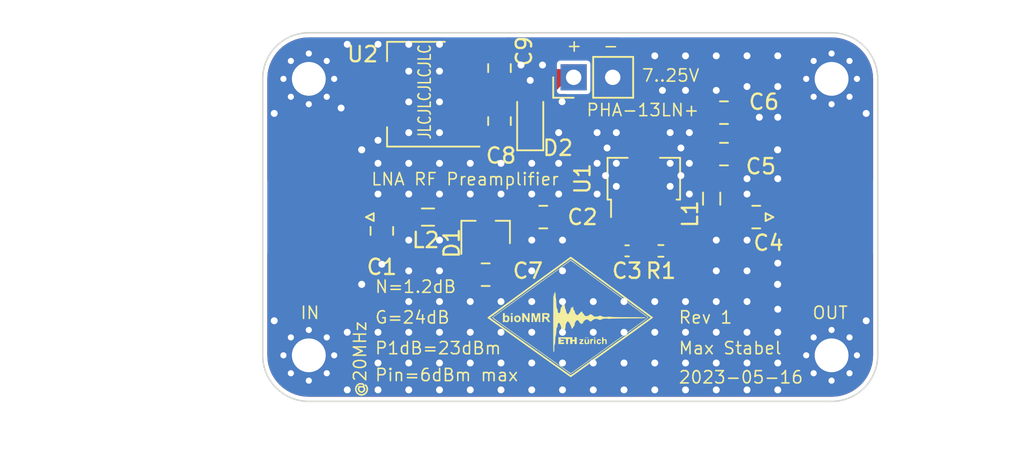
<source format=kicad_pcb>
(kicad_pcb (version 20221018) (generator pcbnew)
  (title_block (title "Low-noise RF Preamplifier") (date "2023-05-16") (rev "1") (company "ETH Zürich") (comment 1 "Maximilian Stabel") (comment 4 "AISLER Project ID: OPBJJFTR"))
  (layers (0 "F.Cu" mixed) (31 "B.Cu" power) (34 "B.Paste" user) (35 "F.Paste" user) (36 "B.SilkS" user "B.Silkscreen") (37 "F.SilkS" user "F.Silkscreen") (38 "B.Mask" user) (39 "F.Mask" user) (44 "Edge.Cuts" user))
  (net 0 "")
  (net 1 "GND")
  (net 2 "Net-(C3-Pad2)")
  (net 3 "VDD")
  (net 4 "+5V")
  (net 5 "Net-(D1-A)")
  (net 6 "/rf_in")
  (net 7 "/rf_lna_in")
  (net 8 "/rf_clamp")
  (net 9 "/rf_out")
  (net 10 "/rf_lna_out")
  (net 11 "Net-(D2-K)")
  (footprint "Capacitor_SMD:C_0805_2012Metric" (layer "F.Cu") (at 161.586 90.086 180)
    (fp_text reference "C5" (at -2.4 -0.8 180) (layer "F.SilkS"))
    (fp_text value "1n,50V,10%")
    (pad "1" smd roundrect (at -0.95 0 180) (size 1 1.45) (layers "F.Cu" "F.Paste" "F.Mask") (net 1 "GND"))
    (pad "2" smd roundrect (at 0.95 0 180) (size 1 1.45) (layers "F.Cu" "F.Paste" "F.Mask") (net 4 "+5V"))
  )
  (footprint "Capacitor_SMD:C_0805_2012Metric" (layer "F.Cu") (at 146.086 97.936)
    (fp_text reference "C7" (at 2.75 -0.25) (layer "F.SilkS"))
    (fp_text value "100n,50V,10%")
    (pad "1" smd roundrect (at -0.95 0) (size 1 1.45) (layers "F.Cu" "F.Paste" "F.Mask") (net 5 "Net-(D1-A)"))
    (pad "2" smd roundrect (at 0.95 0) (size 1 1.45) (layers "F.Cu" "F.Paste" "F.Mask") (net 1 "GND"))
  )
  (footprint "Capacitor_SMD:C_0805_2012Metric" (layer "F.Cu") (at 139.336 95.086 -90)
    (fp_text reference "C1" (at 2.35 0) (layer "F.SilkS"))
    (fp_text value "1p5,50V,10%")
    (pad "1" smd roundrect (at -0.95 0 270) (size 1 1.45) (layers "F.Cu" "F.Paste" "F.Mask") (net 6 "/rf_in"))
    (pad "2" smd roundrect (at 0.95 0 270) (size 1 1.45) (layers "F.Cu" "F.Paste" "F.Mask") (net 1 "GND"))
  )
  (footprint "Capacitor_SMD:C_0805_2012Metric" (layer "F.Cu") (at 161.586 87.386 180)
    (fp_text reference "C6" (at -2.6 0.7 180) (layer "F.SilkS"))
    (fp_text value "10u,25V,10%")
    (pad "1" smd roundrect (at -0.95 0 180) (size 1 1.45) (layers "F.Cu" "F.Paste" "F.Mask") (net 1 "GND"))
    (pad "2" smd roundrect (at 0.95 0 180) (size 1 1.45) (layers "F.Cu" "F.Paste" "F.Mask") (net 4 "+5V"))
  )
  (footprint "Connector_Coaxial:SMA_Molex_73251-1153_EdgeMount_Horizontal" (layer "F.Cu") (at 166.796 94.186 180)
    (fp_text reference "J2" hide)
    (fp_text value "RF_OUT" hide)
    (pad "1" smd rect locked (at -1.72 0 180) (size 5.08 2.29) (layers "F.Cu" "F.Paste" "F.Mask") (net 9 "/rf_out") (clearance 1))
    (pad "2" smd rect locked (at -1.72 -4.38 180) (size 5.08 2.42) (layers "F.Cu" "F.Paste" "F.Mask") (net 1 "GND"))
    (pad "2" smd rect locked (at -1.72 -4.38 180) (size 5.08 2.42) (layers "B.Cu" "B.Paste" "B.Mask") (net 1 "GND"))
    (pad "2" smd rect locked (at -1.72 4.38 180) (size 5.08 2.42) (layers "F.Cu" "F.Paste" "F.Mask") (net 1 "GND"))
    (pad "2" smd rect locked (at -1.72 4.38 180) (size 5.08 2.42) (layers "B.Cu" "B.Paste" "B.Mask") (net 1 "GND"))
    (pad "2" smd rect locked (at 1.27 -4.38 180) (size 0.95 0.46) (layers "F.Cu") (net 1 "GND"))
    (pad "2" smd rect locked (at 1.27 -4.38 180) (size 0.95 0.46) (layers "B.Cu") (net 1 "GND"))
    (pad "2" smd rect locked (at 1.27 4.38 180) (size 0.95 0.46) (layers "F.Cu") (net 1 "GND"))
    (pad "2" smd rect locked (at 1.27 4.38 180) (size 0.95 0.46) (layers "B.Cu") (net 1 "GND"))
    (pad "2" thru_hole circle locked (at 1.72 -4.38 180) (size 0.97 0.97) (drill 0.46) (layers "*.Cu") (net 1 "GND"))
    (pad "2" thru_hole circle locked (at 1.72 4.38 180) (size 0.97 0.97) (drill 0.46) (layers "*.Cu") (net 1 "GND"))
  )
  (footprint "Capacitor_SMD:C_0805_2012Metric" (layer "F.Cu") (at 163.686 94.186 180)
    (fp_text reference "C4" (at -0.8 -1.68 180) (layer "F.SilkS"))
    (fp_text value "2u2,25V,10%")
    (pad "1" smd roundrect (at -0.95 0 180) (size 1 1.45) (layers "F.Cu" "F.Paste" "F.Mask") (net 9 "/rf_out"))
    (pad "2" smd roundrect (at 0.95 0 180) (size 1 1.45) (layers "F.Cu" "F.Paste" "F.Mask") (net 10 "/rf_lna_out"))
  )
  (footprint "Resistor_SMD:R_0402_1005Metric_Pad0.72x0.64mm_HandSolder" (layer "F.Cu") (at 157.486 96.386)
    (fp_text reference "R1" (at 0 1.3) (layer "F.SilkS"))
    (fp_text value "1k5,1%")
    (pad "1" smd roundrect (at -0.5975 0) (size 0.715 0.64) (layers "F.Cu" "F.Paste" "F.Mask") (net 2 "Net-(C3-Pad2)"))
    (pad "2" smd roundrect (at 0.5975 0) (size 0.715 0.64) (layers "F.Cu" "F.Paste" "F.Mask") (net 10 "/rf_lna_out"))
  )
  (footprint "Package_TO_SOT_SMD:SOT-89-3_Handsoldering" (layer "F.Cu") (at 156.3735 91.686 90)
    (fp_text reference "U1" (at 0 -3.9875 90) (layer "F.SilkS"))
    (fp_text value "PHA-13LN")
    (pad "1" smd rect (at -2.45 -1.5 90) (size 2.3 0.9) (layers "F.Cu" "F.Paste" "F.Mask") (net 7 "/rf_lna_in"))
    (pad "2" smd custom (at -2.3625 0 90) (size 2.475 0.9) (layers "F.Cu" "F.Paste" "F.Mask") (net 1 "GND") (options (clearance outline) (anchor rect)) (primitives (gr_poly (pts (xy 5.3625 0.8665) (xy 1.2375 0.8665) (xy 1.2375 -0.8665) (xy 5.3625 -0.8665)) (width 0) (fill yes))))
    (pad "3" smd rect (at -2.45 1.5 90) (size 2.3 0.9) (layers "F.Cu" "F.Paste" "F.Mask") (net 10 "/rf_lna_out"))
  )
  (footprint "Inductor_SMD:L_0805_2012Metric" (layer "F.Cu") (at 142.336 94.186)
    (fp_text reference "L2" (at -0.15 1.5) (layer "F.SilkS"))
    (fp_text value "5n1,5%,Unshld")
    (pad "1" smd roundrect (at -1.0625 0) (size 0.875 1.2) (layers "F.Cu" "F.Paste" "F.Mask") (net 6 "/rf_in"))
    (pad "2" smd roundrect (at 1.0625 0) (size 0.875 1.2) (layers "F.Cu" "F.Paste" "F.Mask") (net 8 "/rf_clamp"))
  )
  (footprint "Inductor_SMD:L_0805_2012Metric" (layer "F.Cu") (at 160.786 92.986 -90)
    (fp_text reference "L1" (at 1 1.4 -90) (layer "F.SilkS"))
    (fp_text value "15u")
    (pad "1" smd roundrect (at -1.0625 0 270) (size 0.875 1.2) (layers "F.Cu" "F.Paste" "F.Mask") (net 4 "+5V"))
    (pad "2" smd roundrect (at 1.0625 0 270) (size 0.875 1.2) (layers "F.Cu" "F.Paste" "F.Mask") (net 10 "/rf_lna_out"))
  )
  (footprint "Package_TO_SOT_SMD:SOT-23" (layer "F.Cu") (at 146.086 95.186 90)
    (fp_text reference "D1" (at -0.7 -2.2 90) (layer "F.SilkS"))
    (fp_text value "BAV99")
    (pad "1" smd rect (at -1 -0.95 90) (size 0.9 0.8) (layers "F.Cu" "F.Paste" "F.Mask") (net 5 "Net-(D1-A)"))
    (pad "2" smd rect (at -1 0.95 90) (size 0.9 0.8) (layers "F.Cu" "F.Paste" "F.Mask") (net 5 "Net-(D1-A)"))
    (pad "3" smd rect (at 1 0 90) (size 0.9 0.8) (layers "F.Cu" "F.Paste" "F.Mask") (net 8 "/rf_clamp"))
  )
  (footprint "Connector_Coaxial:SMA_Molex_73251-1153_EdgeMount_Horizontal" (layer "F.Cu") (at 136.306 94.186)
    (fp_text reference "J1" hide)
    (fp_text value "RF_IN" hide)
    (pad "1" smd rect locked (at -1.72 0) (size 5.08 2.29) (layers "F.Cu" "F.Paste" "F.Mask") (net 6 "/rf_in") (clearance 1))
    (pad "2" smd rect locked (at -1.72 -4.38) (size 5.08 2.42) (layers "F.Cu" "F.Paste" "F.Mask") (net 1 "GND"))
    (pad "2" smd rect locked (at -1.72 -4.38) (size 5.08 2.42) (layers "B.Cu" "B.Paste" "B.Mask") (net 1 "GND"))
    (pad "2" smd rect locked (at -1.72 4.38) (size 5.08 2.42) (layers "F.Cu" "F.Paste" "F.Mask") (net 1 "GND"))
    (pad "2" smd rect locked (at -1.72 4.38) (size 5.08 2.42) (layers "B.Cu" "B.Paste" "B.Mask") (net 1 "GND"))
    (pad "2" smd rect locked (at 1.27 -4.38) (size 0.95 0.46) (layers "F.Cu") (net 1 "GND"))
    (pad "2" smd rect locked (at 1.27 -4.38) (size 0.95 0.46) (layers "B.Cu") (net 1 "GND"))
    (pad "2" smd rect locked (at 1.27 4.38) (size 0.95 0.46) (layers "F.Cu") (net 1 "GND"))
    (pad "2" smd rect locked (at 1.27 4.38) (size 0.95 0.46) (layers "B.Cu") (net 1 "GND"))
    (pad "2" thru_hole circle locked (at 1.72 -4.38) (size 0.97 0.97) (drill 0.46) (layers "*.Cu") (net 1 "GND"))
    (pad "2" thru_hole circle locked (at 1.72 4.38) (size 0.97 0.97) (drill 0.46) (layers "*.Cu") (net 1 "GND"))
  )
  (footprint "Capacitor_SMD:C_0805_2012Metric" (layer "F.Cu") (at 149.836 94.186 180)
    (fp_text reference "C2" (at -2.55 0 180) (layer "F.SilkS"))
    (fp_text value "2u2,25V,10%")
    (pad "1" smd roundrect (at -0.95 0 180) (size 1 1.45) (layers "F.Cu" "F.Paste" "F.Mask") (net 7 "/rf_lna_in"))
    (pad "2" smd roundrect (at 0.95 0 180) (size 1 1.45) (layers "F.Cu" "F.Paste" "F.Mask") (net 8 "/rf_clamp"))
  )
  (footprint "Package_TO_SOT_SMD:SOT-223-3_TabPin2" (layer "F.Cu") (at 141.586 86.186 180)
    (fp_text reference "U2" (at 3.5 2.6) (layer "F.SilkS"))
    (fp_text value "7805")
    (pad "1" smd rect (at -3.15 -2.3 180) (size 2 1.5) (layers "F.Cu" "F.Paste" "F.Mask") (net 11 "Net-(D2-K)"))
    (pad "2" smd rect (at -3.15 0 180) (size 2 1.5) (layers "F.Cu" "F.Paste" "F.Mask") (net 1 "GND"))
    (pad "2" smd rect (at 3.15 0 180) (size 2 3.8) (layers "F.Cu" "F.Paste" "F.Mask") (net 1 "GND"))
    (pad "3" smd rect (at -3.15 2.3 180) (size 2 1.5) (layers "F.Cu" "F.Paste" "F.Mask") (net 4 "+5V"))
  )
  (footprint "Capacitor_SMD:C_0402_1005Metric_Pad0.74x0.62mm_HandSolder" (layer "F.Cu") (at 155.286 96.386)
    (fp_text reference "C3" (at 0 1.3) (layer "F.SilkS"))
    (fp_text value "100n,50V,10%")
    (pad "1" smd roundrect (at -0.5675 0) (size 0.735 0.62) (layers "F.Cu" "F.Paste" "F.Mask") (net 7 "/rf_lna_in"))
    (pad "2" smd roundrect (at 0.5675 0) (size 0.735 0.62) (layers "F.Cu" "F.Paste" "F.Mask") (net 2 "Net-(C3-Pad2)"))
  )
  (footprint "Connector_PinHeader_2.54mm:PinHeader_1x02_P2.54mm_Vertical" (layer "F.Cu") (at 151.811 85.086 90)
    (fp_text reference "J3" hide)
    (fp_text value "Power")
    (pad "1" thru_hole rect (at 0 0 90) (size 1.7 1.7) (drill 1) (layers "*.Cu" "*.Mask") (net 3 "VDD"))
    (pad "2" thru_hole oval (at 0 2.54 90) (size 1.7 1.7) (drill 1) (layers "*.Cu" "*.Mask") (net 1 "GND"))
  )
  (footprint "Capacitor_SMD:C_0805_2012Metric" (layer "F.Cu") (at 146.986 87.936 90)
    (fp_text reference "C8" (at -2.25 0.1) (layer "F.SilkS"))
    (fp_text value "1u,50V,10%")
    (pad "1" smd roundrect (at -0.95 0 90) (size 1 1.45) (layers "F.Cu" "F.Paste" "F.Mask") (net 11 "Net-(D2-K)"))
    (pad "2" smd roundrect (at 0.95 0 90) (size 1 1.45) (layers "F.Cu" "F.Paste" "F.Mask") (net 1 "GND"))
  )
  (footprint "Capacitor_SMD:C_0805_2012Metric" (layer "F.Cu") (at 146.986 84.486 -90)
    (fp_text reference "C9" (at -1.1 -1.6 -90) (layer "F.SilkS"))
    (fp_text value "1u,50V,10%")
    (pad "1" smd roundrect (at -0.95 0 270) (size 1 1.45) (layers "F.Cu" "F.Paste" "F.Mask") (net 4 "+5V"))
    (pad "2" smd roundrect (at 0.95 0 270) (size 1 1.45) (layers "F.Cu" "F.Paste" "F.Mask") (net 1 "GND"))
  )
  (footprint "Diode_SMD:D_SOD-323_HandSoldering" (layer "F.Cu") (at 148.986 87.936 90)
    (fp_text reference "D2" (at -1.75 1.8 180) (layer "F.SilkS"))
    (fp_text value "BAS321Z")
    (pad "1" smd rect (at -1.25 0 90) (size 1 1) (layers "F.Cu" "F.Paste" "F.Mask") (net 11 "Net-(D2-K)"))
    (pad "2" smd rect (at 1.25 0 90) (size 1 1) (layers "F.Cu" "F.Paste" "F.Mask") (net 3 "VDD"))
  )
  (footprint "LOGO" (layer "F.Cu") (at 151.586 100.686)
    (fp_text reference "G***" hide)
    (fp_text value "LOGO" hide)
  )
  (footprint "MountingHole:MountingHole_2.2mm_M2_Pad_Via" (layer "F.Cu") (at 134.586 85.186 180)
    (fp_text reference "H1" hide)
    (fp_text value "MountingHole_Pad" hide)
    (pad "1" thru_hole circle locked (at -1.65 0 180) (size 0.7 0.7) (drill 0.4) (layers "*.Cu" "*.Mask") (net 1 "GND"))
    (pad "1" thru_hole circle locked (at -1.166726 -1.166726 180) (size 0.7 0.7) (drill 0.4) (layers "*.Cu" "*.Mask") (net 1 "GND"))
    (pad "1" thru_hole circle locked (at -1.166726 1.166726 180) (size 0.7 0.7) (drill 0.4) (layers "*.Cu" "*.Mask") (net 1 "GND"))
    (pad "1" thru_hole circle locked (at 0 -1.65 180) (size 0.7 0.7) (drill 0.4) (layers "*.Cu" "*.Mask") (net 1 "GND"))
    (pad "1" thru_hole circle locked (at 0 0 180) (size 4.4 4.4) (drill 2.2) (layers "*.Cu" "*.Mask") (net 1 "GND"))
    (pad "1" thru_hole circle locked (at 0 1.65 180) (size 0.7 0.7) (drill 0.4) (layers "*.Cu" "*.Mask") (net 1 "GND"))
    (pad "1" thru_hole circle locked (at 1.166726 -1.166726 180) (size 0.7 0.7) (drill 0.4) (layers "*.Cu" "*.Mask") (net 1 "GND"))
    (pad "1" thru_hole circle locked (at 1.166726 1.166726 180) (size 0.7 0.7) (drill 0.4) (layers "*.Cu" "*.Mask") (net 1 "GND"))
    (pad "1" thru_hole circle locked (at 1.65 0 180) (size 0.7 0.7) (drill 0.4) (layers "*.Cu" "*.Mask") (net 1 "GND"))
  )
  (footprint "MountingHole:MountingHole_2.2mm_M2_Pad_Via" (layer "F.Cu") (at 168.586 103.186 180)
    (fp_text reference "H4" hide)
    (fp_text value "MountingHole_Pad" hide)
    (pad "1" thru_hole circle locked (at -1.65 0 180) (size 0.7 0.7) (drill 0.4) (layers "*.Cu" "*.Mask") (net 1 "GND"))
    (pad "1" thru_hole circle locked (at -1.166726 -1.166726 180) (size 0.7 0.7) (drill 0.4) (layers "*.Cu" "*.Mask") (net 1 "GND"))
    (pad "1" thru_hole circle locked (at -1.166726 1.166726 180) (size 0.7 0.7) (drill 0.4) (layers "*.Cu" "*.Mask") (net 1 "GND"))
    (pad "1" thru_hole circle locked (at 0 -1.65 180) (size 0.7 0.7) (drill 0.4) (layers "*.Cu" "*.Mask") (net 1 "GND"))
    (pad "1" thru_hole circle locked (at 0 0 180) (size 4.4 4.4) (drill 2.2) (layers "*.Cu" "*.Mask") (net 1 "GND"))
    (pad "1" thru_hole circle locked (at 0 1.65 180) (size 0.7 0.7) (drill 0.4) (layers "*.Cu" "*.Mask") (net 1 "GND"))
    (pad "1" thru_hole circle locked (at 1.166726 -1.166726 180) (size 0.7 0.7) (drill 0.4) (layers "*.Cu" "*.Mask") (net 1 "GND"))
    (pad "1" thru_hole circle locked (at 1.166726 1.166726 180) (size 0.7 0.7) (drill 0.4) (layers "*.Cu" "*.Mask") (net 1 "GND"))
    (pad "1" thru_hole circle locked (at 1.65 0 180) (size 0.7 0.7) (drill 0.4) (layers "*.Cu" "*.Mask") (net 1 "GND"))
  )
  (footprint "MountingHole:MountingHole_2.2mm_M2_Pad_Via" (layer "F.Cu") (at 134.586 103.186 180)
    (fp_text reference "H3" hide)
    (fp_text value "MountingHole_Pad" hide)
    (pad "1" thru_hole circle locked (at -1.65 0 180) (size 0.7 0.7) (drill 0.4) (layers "*.Cu" "*.Mask") (net 1 "GND"))
    (pad "1" thru_hole circle locked (at -1.166726 -1.166726 180) (size 0.7 0.7) (drill 0.4) (layers "*.Cu" "*.Mask") (net 1 "GND"))
    (pad "1" thru_hole circle locked (at -1.166726 1.166726 180) (size 0.7 0.7) (drill 0.4) (layers "*.Cu" "*.Mask") (net 1 "GND"))
    (pad "1" thru_hole circle locked (at 0 -1.65 180) (size 0.7 0.7) (drill 0.4) (layers "*.Cu" "*.Mask") (net 1 "GND"))
    (pad "1" thru_hole circle locked (at 0 0 180) (size 4.4 4.4) (drill 2.2) (layers "*.Cu" "*.Mask") (net 1 "GND"))
    (pad "1" thru_hole circle locked (at 0 1.65 180) (size 0.7 0.7) (drill 0.4) (layers "*.Cu" "*.Mask") (net 1 "GND"))
    (pad "1" thru_hole circle locked (at 1.166726 -1.166726 180) (size 0.7 0.7) (drill 0.4) (layers "*.Cu" "*.Mask") (net 1 "GND"))
    (pad "1" thru_hole circle locked (at 1.166726 1.166726 180) (size 0.7 0.7) (drill 0.4) (layers "*.Cu" "*.Mask") (net 1 "GND"))
    (pad "1" thru_hole circle locked (at 1.65 0 180) (size 0.7 0.7) (drill 0.4) (layers "*.Cu" "*.Mask") (net 1 "GND"))
  )
  (footprint "MountingHole:MountingHole_2.2mm_M2_Pad_Via" (layer "F.Cu") (at 168.586 85.186 180)
    (fp_text reference "H2" hide)
    (fp_text value "MountingHole_Pad" hide)
    (pad "1" thru_hole circle locked (at -1.65 0 180) (size 0.7 0.7) (drill 0.4) (layers "*.Cu" "*.Mask") (net 1 "GND"))
    (pad "1" thru_hole circle locked (at -1.166726 -1.166726 180) (size 0.7 0.7) (drill 0.4) (layers "*.Cu" "*.Mask") (net 1 "GND"))
    (pad "1" thru_hole circle locked (at -1.166726 1.166726 180) (size 0.7 0.7) (drill 0.4) (layers "*.Cu" "*.Mask") (net 1 "GND"))
    (pad "1" thru_hole circle locked (at 0 -1.65 180) (size 0.7 0.7) (drill 0.4) (layers "*.Cu" "*.Mask") (net 1 "GND"))
    (pad "1" thru_hole circle locked (at 0 0 180) (size 4.4 4.4) (drill 2.2) (layers "*.Cu" "*.Mask") (net 1 "GND"))
    (pad "1" thru_hole circle locked (at 0 1.65 180) (size 0.7 0.7) (drill 0.4) (layers "*.Cu" "*.Mask") (net 1 "GND"))
    (pad "1" thru_hole circle locked (at 1.166726 -1.166726 180) (size 0.7 0.7) (drill 0.4) (layers "*.Cu" "*.Mask") (net 1 "GND"))
    (pad "1" thru_hole circle locked (at 1.166726 1.166726 180) (size 0.7 0.7) (drill 0.4) (layers "*.Cu" "*.Mask") (net 1 "GND"))
    (pad "1" thru_hole circle locked (at 1.65 0 180) (size 0.7 0.7) (drill 0.4) (layers "*.Cu" "*.Mask") (net 1 "GND"))
  )
  (gr_arc locked (start 131.586 85.186) (mid 132.46468 83.06468) (end 134.586 82.186) (stroke (width 0.1)) (layer "Edge.Cuts"))
  (gr_line locked (start 171.586 85.186) (end 171.586 103.186) (stroke (width 0.1)) (layer "Edge.Cuts"))
  (gr_arc locked (start 168.586 82.186) (mid 170.70732 83.06468) (end 171.586 85.186) (stroke (width 0.1)) (layer "Edge.Cuts"))
  (gr_arc locked (start 171.586 103.186) (mid 170.70732 105.30732) (end 168.586 106.186) (stroke (width 0.1)) (layer "Edge.Cuts"))
  (gr_line locked (start 134.586 82.186) (end 168.586 82.186) (stroke (width 0.1)) (layer "Edge.Cuts"))
  (gr_line locked (start 168.586 106.186) (end 134.586 106.186) (stroke (width 0.1)) (layer "Edge.Cuts"))
  (gr_arc locked (start 134.586 106.186) (mid 132.46468 105.30732) (end 131.586 103.186) (stroke (width 0.1)) (layer "Edge.Cuts"))
  (gr_line locked (start 131.586 103.186) (end 131.586 85.186) (stroke (width 0.1)) (layer "Edge.Cuts"))
  (gr_text "+" (at 151.286 83.486) (layer "F.SilkS") (effects (font (size 0.8 0.8) (thickness 0.1)) (justify left bottom)))
  (gr_text "IN" (at 133.986 100.886) (layer "F.SilkS") (effects (font (size 0.8 0.8) (thickness 0.1)) (justify left bottom)))
  (gr_text "2023-05-16" (at 158.586 105.086) (layer "F.SilkS") (effects (font (size 0.8 0.8) (thickness 0.1)) (justify left bottom)))
  (gr_text "Pin=6dBm max" (at 138.836 104.936) (layer "F.SilkS") (effects (font (size 0.8 0.8) (thickness 0.1)) (justify left bottom)))
  (gr_text "LNA RF Preamplifier" (at 138.586 92.186) (layer "F.SilkS") (effects (font (size 0.8 0.8) (thickness 0.1)) (justify left bottom)))
  (gr_text "-" (at 154.786 82.686 180) (layer "F.SilkS") (effects (font (size 0.8 0.8) (thickness 0.1)) (justify left bottom)))
  (gr_text "JLCJLCJLCJLC" (at 142.586 89.186 90) (layer "F.SilkS") (effects (font (size 0.8 0.6) (thickness 0.1)) (justify left bottom)))
  (gr_text "Rev 1" (at 158.586 101.186) (layer "F.SilkS") (effects (font (size 0.8 0.8) (thickness 0.1)) (justify left bottom)))
  (gr_text "P1dB=23dBm" (at 138.836 103.186) (layer "F.SilkS") (effects (font (size 0.8 0.8) (thickness 0.1)) (justify left bottom)))
  (gr_text "@20MHz" (at 138.386 105.986 90) (layer "F.SilkS") (effects (font (size 0.8 0.8) (thickness 0.1)) (justify left bottom)))
  (gr_text "N=1.2dB" (at 138.836 99.186) (layer "F.SilkS") (effects (font (size 0.8 0.8) (thickness 0.1)) (justify left bottom)))
  (gr_text "OUT" (at 167.286 100.886) (layer "F.SilkS") (effects (font (size 0.8 0.8) (thickness 0.1)) (justify left bottom)))
  (gr_text "Max Stabel" (at 158.586 103.186) (layer "F.SilkS") (effects (font (size 0.8 0.8) (thickness 0.1)) (justify left bottom)))
  (gr_text "PHA-13LN+" (at 152.586 87.686) (layer "F.SilkS") (effects (font (size 0.8 0.8) (thickness 0.1)) (justify left bottom)))
  (gr_text "G=24dB" (at 138.836 101.186) (layer "F.SilkS") (effects (font (size 0.8 0.8) (thickness 0.1)) (justify left bottom)))
  (gr_text "7..25V" (at 156.186 85.436) (layer "F.SilkS") (effects (font (size 0.8 0.8) (thickness 0.1)) (justify left bottom)))
  (segment (start 162.7235 87.286) (end 162.7235 90.086) (width 1) (layer "F.Cu") (net 1))
  (segment (start 146.111 99.361) (end 138.821 99.361) (width 1) (layer "F.Cu") (net 1))
  (segment (start 168.516 98.566) (end 168.516 103.116) (width 1) (layer "F.Cu") (net 1))
  (segment (start 146.986 85.436) (end 146.986 86.986) (width 1) (layer "F.Cu") (net 1))
  (segment (start 139.336 96.2235) (end 139.336 97.256) (width 1) (layer "F.Cu") (net 1))
  (segment (start 165.056 89.786) (end 165.076 89.806) (width 1) (layer "F.Cu") (net 1))
  (segment (start 168.516 103.116) (end 168.586 103.186) (width 1) (layer "F.Cu") (net 1))
  (segment (start 162.7235 90.086) (end 163.0235 89.786) (width 1) (layer "F.Cu") (net 1))
  (segment (start 144.736 86.186) (end 146.236 86.186) (width 1) (layer "F.Cu") (net 1))
  (segment (start 138.821 99.361) (end 138.026 98.566) (width 1) (layer "F.Cu") (net 1))
  (segment (start 153.336 88.686) (end 156.3735 91.7235) (width 0.5) (layer "F.Cu") (net 1))
  (segment (start 147.036 97.936) (end 147.036 98.436) (width 1) (layer "F.Cu") (net 1))
  (segment (start 163.0235 89.786) (end 165.056 89.786) (width 1) (layer "F.Cu") (net 1))
  (segment (start 139.336 97.256) (end 138.026 98.566) (width 1) (layer "F.Cu") (net 1))
  (segment (start 147.136 85.286) (end 146.986 85.436) (width 0.5) (layer "F.Cu") (net 1))
  (segment (start 146.236 86.186) (end 146.986 85.436) (width 1) (layer "F.Cu") (net 1))
  (segment (start 168.586 89.736) (end 168.516 89.806) (width 1) (layer "F.Cu") (net 1))
  (segment (start 135.586 86.186) (end 134.586 85.186) (width 1) (layer "F.Cu") (net 1))
  (segment (start 146.986 86.986) (end 146.986 86.936) (width 1) (layer "F.Cu") (net 1))
  (segment (start 134.586 103.186) (end 134.586 98.566) (width 1) (layer "F.Cu") (net 1))
  (segment (start 138.436 86.186) (end 144.736 86.186) (width 1) (layer "F.Cu") (net 1))
  (segment (start 147.036 98.436) (end 146.111 99.361) (width 1) (layer "F.Cu") (net 1))
  (segment (start 156.3735 91.6485) (end 159.336 88.686) (width 0.5) (layer "F.Cu") (net 1))
  (segment (start 146.986 86.936) (end 146.236 86.186) (width 1) (layer "F.Cu") (net 1))
  (segment (start 134.586 85.186) (end 134.586 89.806) (width 1) (layer "F.Cu") (net 1))
  (segment (start 148.986 85.286) (end 147.136 85.286) (width 0.5) (layer "F.Cu") (net 1))
  (segment (start 168.586 85.186) (end 168.586 89.736) (width 1) (layer "F.Cu") (net 1))
  (via (at 163.086 101.686) (size 0.8) (drill 0.45) (layers "F.Cu" "B.Cu") (net 1))
  (via (at 161.086 85.936) (size 0.8) (drill 0.45) (layers "F.Cu" "B.Cu") (net 1))
  (via (at 143.086 103.686) (size 0.8) (drill 0.45) (layers "F.Cu" "B.Cu") (net 1))
  (via (at 151.086 105.436) (size 0.8) (drill 0.45) (layers "F.Cu" "B.Cu") (net 1))
  (via (at 155.086 105.436) (size 0.8) (drill 0.45) (layers "F.Cu" "B.Cu") (net 1))
  (via (at 161.086 83.686) (size 0.8) (drill 0.45) (layers "F.Cu" "B.Cu") (net 1))
  (via (at 151.058251 86.672627) (size 0.8) (drill 0.45) (layers "F.Cu" "B.Cu") (net 1))
  (via (at 161.086 101.686) (size 0.8) (drill 0.45) (layers "F.Cu" "B.Cu") (net 1))
  (via (at 159.336 90.686) (size 0.8) (drill 0.45) (layers "F.Cu" "B.Cu") (net 1))
  (via (at 155.086 101.686) (size 0.8) (drill 0.45) (layers "F.Cu" "B.Cu") (net 1))
  (via (at 151.086 101.686) (size 0.8) (drill 0.45) (layers "F.Cu" "B.Cu") (net 1))
  (via (at 141.086 97.686) (size 0.8) (drill 0.45) (layers "F.Cu" "B.Cu") (net 1))
  (via (at 165.086 87.686) (size 0.8) (drill 0.45) (layers "F.Cu" "B.Cu") (net 1))
  (via (at 150.836 88.686) (size 0.8) (drill 0.45) (layers "F.Cu" "B.Cu") (net 1))
  (via (at 163.086 103.686) (size 0.8) (drill 0.45) (layers "F.Cu" "B.Cu") (net 1))
  (via (at 143.086 101.686) (size 0.8) (drill 0.45) (layers "F.Cu" "B.Cu") (net 1))
  (via (at 143.086 105.436) (size 0.8) (drill 0.45) (layers "F.Cu" "B.Cu") (net 1))
  (via (at 149.086 101.686) (size 0.8) (drill 0.45) (layers "F.Cu" "B.Cu") (net 1))
  (via (at 137.086 82.936) (size 0.8) (drill 0.45) (layers "F.Cu" "B.Cu") (net 1))
  (via (at 157.586 85.936) (size 0.8) (drill 0.45) (layers "F.Cu" "B.Cu") (net 1))
  (via (at 141.086 103.686) (size 0.8) (drill 0.45) (layers "F.Cu" "B.Cu") (net 1))
  (via (at 163.086 105.436) (size 0.8) (drill 0.45) (layers "F.Cu" "B.Cu") (net 1))
  (via (at 143.086 99.686) (size 0.8) (drill 0.45) (layers "F.Cu" "B.Cu") (net 1))
  (via (at 141.086 86.686) (size 0.8) (drill 0.45) (layers "F.Cu" "B.Cu") (net 1))
  (via (at 154.586 92.186) (size 0.8) (drill 0.45) (layers "F.Cu" "B.Cu") (net 1))
  (via (at 150.836 92.686) (size 0.8) (drill 0.45) (layers "F.Cu" "B.Cu") (net 1))
  (via (at 163.086 99.686) (size 0.8) (drill 0.45) (layers "F.Cu" "B.Cu") (net 1))
  (via (at 149.086 92.686) (size 0.8) (drill 0.45) (layers "F.Cu" "B.Cu") (net 1))
  (via (at 170.836 100.936) (size 0.8) (drill 0.45) (layers "F.Cu" "B.Cu") (net 1))
  (via (at 165.086 101.686) (size 0.8) (drill 0.45) (layers "F.Cu" "B.Cu") (net 1))
  (via (at 161.086 103.686) (size 0.8) (drill 0.45) (layers "F.Cu" "B.Cu") (net 1))
  (via (at 165.086 91.686) (size 0.8) (drill 0.45) (layers "F.Cu" "B.Cu") (net 1))
  (via (at 157.086 105.436) (size 0.8) (drill 0.45) (layers "F.Cu" "B.Cu") (net 1))
  (via (at 136.686 87.086) (size 0.8) (drill 0.45) (layers "F.Cu" "B.Cu") (net 1))
  (via (at 163.086 95.686) (size 0.8) (drill 0.45) (layers "F.Cu" "B.Cu") (net 1))
  (via (at 145.086 105.436) (size 0.8) (drill 0.45) (layers "F.Cu" "B.Cu") (net 1))
  (via (at 143.086 84.686) (size 0.8) (drill 0.45) (layers "F.Cu" "B.Cu") (net 1))
  (via (at 153.336 88.686) (size 0.8) (drill 0.45) (layers "F.Cu" "B.Cu") (net 1))
  (via (at 143.086 86.686) (size 0.8) (drill 0.45) (layers "F.Cu" "B.Cu") (net 1))
  (via (at 153.336 92.686) (size 0.8) (drill 0.45) (layers "F.Cu" "B.Cu") (net 1))
  (via (at 158.086 88.686) (size 0.8) (drill 0.45) (layers "F.Cu" "B.Cu") (net 1))
  (via (at 143.086 95.686) (size 0.8) (drill 0.45) (layers "F.Cu" "B.Cu") (net 1))
  (via (at 149.086 95.686) (size 0.8) (drill 0.45) (layers "F.Cu" "B.Cu") (net 1))
  (via (at 158.786 89.686) (size 0.8) (drill 0.45) (layers "F.Cu" "B.Cu") (net 1))
  (via (at 141.086 82.936) (size 0.8) (drill 0.45) (layers "F.Cu" "B.Cu") (net 1))
  (via (at 147.086 103.686) (size 0.8) (drill 0.45) (layers "F.Cu" "B.Cu") (net 1))
  (via (at 145.086 99.686) (size 0.8) (drill 0.45) (layers "F.Cu" "B.Cu") (net 1))
  (via (at 163.886 87.686) (size 0.8) (drill 0.45) (layers "F.Cu" "B.Cu") (net 1))
  (via (at 158.086 90.686) (size 0.8) (drill 0.45) (layers "F.Cu" "B.Cu") (net 1))
  (via (at 158.086 92.186) (size 0.8) (drill 0.45) (layers "F.Cu" "B.Cu") (net 1))
  (via (at 139.086 105.436) (size 0.8) (drill 0.45) (layers "F.Cu" "B.Cu") (net 1))
  (via (at 155.086 103.686) (size 0.8) (drill 0.45) (layers "F.Cu" "B.Cu") (net 1))
  (via (at 163.086 92.686) (size 0.8) (drill 0.45) (layers "F.Cu" "B.Cu") (net 1))
  (via (at 141.086 95.686) (size 0.8) (drill 0.45) (layers "F.Cu" "B.Cu") (net 1))
  (via (at 159.086 105.436) (size 0.8) (drill 0.45) (layers "F.Cu" "B.Cu") (net 1))
  (via (at 139.086 103.686) (size 0.8) (drill 0.45) (layers "F.Cu" "B.Cu") (net 1))
  (via (at 149.086 90.686) (size 0.8) (drill 0.45) (layers "F.Cu" "B.Cu") (net 1))
  (via (at 159.086 99.686) (size 0.8) (drill 0.45) (layers "F.Cu" "B.Cu") (net 1))
  (via (at 141.086 84.686) (size 0.8) (drill 0.45) (layers "F.Cu" "B.Cu") (net 1))
  (via (at 170.836 87.436) (size 0.8) (drill 0.45) (layers "F.Cu" "B.Cu") (net 1))
  (via (at 159.086 103.686) (size 0.8) (drill 0.45) (layers "F.Cu" "B.Cu") (net 1))
  (via (at 139.086 92.686) (size 0.8) (drill 0.45) (layers "F.Cu" "B.Cu") (net 1))
  (via (at 149.086 97.686) (size 0.8) (drill 0.45) (layers "F.Cu" "B.Cu") (net 1))
  (via (at 139.336 97.256) (size 0.8) (drill 0.45) (layers "F.Cu" "B.Cu") (net 1))
  (via (at 161.086 99.686) (size 0.8) (drill 0.45) (layers "F.Cu" "B.Cu") (net 1))
  (via (at 149.786 84.286) (size 0.8) (drill 0.45) (layers "F.Cu" "B.Cu") (net 1))
  (via (at 165.086 103.686) (size 0.8) (drill 0.45) (layers "F.Cu" "B.Cu") (net 1))
  (via (at 157.086 99.686) (size 0.8) (drill 0.45) (layers "F.Cu" "B.Cu") (net 1))
  (via (at 143.086 92.686) (size 0.8) (drill 0.45) (layers "F.Cu" "B.Cu") (net 1))
  (via (at 147.086 101.686) (size 0.8) (drill 0.45) (layers "F.Cu" "B.Cu") (net 1))
  (via (at 153.086 99.686) (size 0.8) (drill 0.45) (layers "F.Cu" "B.Cu") (net 1))
  (via (at 141.086 99.686) (size 0.8) (drill 0.45) (layers "F.Cu" "B.Cu") (net 1))
  (via (at 161.086 105.436) (size 0.8) (drill 0.45) (layers "F.Cu" "B.Cu") (net 1))
  (via (at 141.086 88.686) (size 0.8) (drill 0.45) (layers "F.Cu" "B.Cu") (net 1))
  (via (at 153.086 103.686) (size 0.8) (drill 0.45) (layers "F.Cu" "B.Cu") (net 1))
  (via (at 165.086 83.686) (size 0.8) (drill 0.45) (layers "F.Cu" "B.Cu") (net 1))
  (via (at 139.086 101.686) (size 0.8) (drill 0.45) (layers "F.Cu" "B.Cu") (net 1))
  (via (at 154.586 90.686) (size 0.8) (drill 0.45) (layers "F.Cu" "B.Cu") (net 1))
  (via (at 157.086 103.686) (size 0.8) (drill 0.45) (layers "F.Cu" "B.Cu") (net 1))
  (via (at 139.086 90.686) (size 0.8) (drill 0.45) (layers "F.Cu" "B.Cu") (net 1))
  (via (at 150.836 90.686) (size 0.8) (drill 0.45) (layers "F.Cu" "B.Cu") (net 1))
  (via (at 148.986 85.286) (size 0.8) (drill 0.45) (layers "F.Cu" "B.Cu") (net 1))
  (via (at 161.086 95.686) (size 0.8) (drill 0.45) (layers "F.Cu" "B.Cu") (net 1))
  (via (at 145.086 92.686) (size 0.8) (drill 0.45) (layers "F.Cu" "B.Cu") (net 1))
  (via (at 149.086 99.686) (size 0.8) (drill 0.45) (layers "F.Cu" "B.Cu") (net 1))
  (via (at 149.086 105.436) (size 0.8) (drill 0.45) (layers "F.Cu" "B.Cu") (net 1))
  (via (at 158.786 91.486) (size 0.8) (drill 0.45) (layers "F.Cu" "B.Cu") (net 1))
  (via (at 132.336 100.936) (size 0.8) (drill 0.45) (layers "F.Cu" "B.Cu") (net 1))
  (via (at 151.086 95.686) (size 0.8) (drill 0.45) (layers "F.Cu" "B.Cu") (net 1))
  (via (at 155.086 99.686) (size 0.8) (drill 0.45) (layers "F.Cu" "B.Cu") (net 1))
  (via (at 163.086 85.686) (size 0.8) (drill 0.45) (layers "F.Cu" "B.Cu") (net 1))
  (via (at 153.086 105.436) (size 0.8) (drill 0.45) (layers "F.Cu" "B.Cu") (net 1))
  (via (at 148.386 84.286) (size 0.8) (drill 0.45) (layers "F.Cu" "B.Cu") (net 1))
  (via (at 143.086 90.686) (size 0.8) (drill 0.45) (layers "F.Cu" "B.Cu") (net 1))
  (via (at 141.086 105.436) (size 0.8) (drill 0.45) (layers "F.Cu" "B.Cu") (net 1))
  (via (at 147.086 105.436) (size 0.8) (drill 0.45) (layers "F.Cu" "B.Cu") (net 1))
  (via (at 139.086 82.936) (size 0.8) (drill 0.45) (layers "F.Cu" "B.Cu") (net 1))
  (via (at 153.986 89.686) (size 0.8) (drill 0.45) (layers "F.Cu" "B.Cu") (net 1))
  (via (at 151.086 99.686) (size 0.8) (drill 0.45) (layers "F.Cu" "B.Cu") (net 1))
  (via (at 143.086 82.936) (size 0.8) (drill 0.45) (layers "F.Cu" "B.Cu") (net 1))
  (via (at 163.086 83.686) (size 0.8) (drill 0.45) (layers "F.Cu" "B.Cu") (net 1))
  (via (at 145.086 90.686) (size 0.8) (drill 0.45) (layers "F.Cu" "B.Cu") (net 1))
  (via (at 141.086 92.686) (size 0.8) (drill 0.45) (layers "F.Cu" "B.Cu") (net 1))
  (via (at 161.086 97.686) (size 0.8) (drill 0.45) (layers "F.Cu" "B.Cu") (net 1))
  (via (at 154.586 88.686) (size 0.8) (drill 0.45) (layers "F.Cu" "B.Cu") (net 1))
  (via (at 157.086 101.686) (size 0.8) (drill 0.45) (layers "F.Cu" "B.Cu") (net 1))
  (via (at 151.086 103.686) (size 0.8) (drill 0.45) (layers "F.Cu" "B.Cu") (net 1))
  (via (at 157.086 83.686) (size 0.8) (drill 0.45) (layers "F.Cu" "B.Cu") (net 1))
  (via (at 137.086 101.686) (size 0.8) (drill 0.45) (layers "F.Cu" "B.Cu") (net 1))
  (via (at 145.086 103.686) (size 0.8) (drill 0.45) (layers "F.Cu" "B.Cu") (net 1))
  (via (at 143.086 97.686) (size 0.8) (drill 0.45) (layers "F.Cu" "B.Cu") (net 1))
  (via (at 137.086 105.436) (size 0.8) (drill 0.45) (layers "F.Cu" "B.Cu") (net 1))
  (via (at 147.086 99.686) (size 0.8) (drill 0.45) (layers "F.Cu" "B.Cu") (net 1))
  (via (at 147.086 90.686) (size 0.8) (drill 0.45) (layers "F.Cu" "B.Cu") (net 1))
  (via (at 153.086 101.686) (size 0.8) (drill 0.45) (layers "F.Cu" "B.Cu") (net 1))
  (via (at 145.086 101.686) (size 0.8) (drill 0.45) (layers "F.Cu" "B.Cu") (net 1))
  (via (at 139.086 89.186) (size 0.8) (drill 0.45) (layers "F.Cu" "B.Cu") (net 1))
  (via (at 153.336 90.686) (size 0.8) (drill 0.45) (layers "F.Cu" "B.Cu") (net 1))
  (via (at 141.086 101.686) (size 0.8) (drill 0.45) (layers "F.Cu" "B.Cu") (net 1))
  (via (at 159.086 101.686) (size 0.8) (drill 0.45) (layers "F.Cu" "B.Cu") (net 1))
  (via (at 153.886 91.486) (size 0.8) (drill 0.45) (layers "F.Cu" "B.Cu") (net 1))
  (via (at 143.086 88.686) (size 0.8) (drill 0.45) (layers "F.Cu" "B.Cu") (net 1))
  (via (at 159.336 88.686) (size 0.8) (drill 0.45) (layers "F.Cu" "B.Cu") (net 1))
  (via (at 165.086 100.186) (size 0.8) (drill 0.45) (layers "F.Cu" "B.Cu") (net 1))
  (via (at 163.086 91.686) (size 0.8) (drill 0.45) (layers "F.Cu" "B.Cu") (net 1))
  (via (at 165.086 85.686) (size 0.8) (drill 0.45) (layers "F.Cu" "B.Cu") (net 1))
  (via (at 163.086 97.686) (size 0.8) (drill 0.45) (layers "F.Cu" "B.Cu") (net 1))
  (via (at 159.086 83.686) (size 0.8) (drill 0.45) (layers "F.Cu" "B.Cu") (net 1))
  (via (at 165.086 105.436) (size 0.8) (drill 0.45) (layers "F.Cu" "B.Cu") (net 1))
  (via (at 159.336 92.686) (size 0.8) (drill 0.45) (layers "F.Cu" "B.Cu") (net 1))
  (via (at 149.086 103.686) (size 0.8) (drill 0.45) (layers "F.Cu" "B.Cu") (net 1))
  (via (at 147.086 92.686) (size 0.8) (drill 0.45) (layers "F.Cu" "B.Cu") (net 1))
  (via (at 141.086 90.686) (size 0.8) (drill 0.45) (layers "F.Cu" "B.Cu") (net 1))
  (via (at 132.336 87.436) (size 0.8) (drill 0.45) (layers "F.Cu" "B.Cu") (net 1))
  (via (at 165.086 97.186) (size 0.8) (drill 0.45) (layers "F.Cu" "B.Cu") (net 1))
  (via (at 151.086 97.686) (size 0.8) (drill 0.45) (layers "F.Cu" "B.Cu") (net 1))
  (via (at 159.086 85.936) (size 0.8) (drill 0.45) (layers "F.Cu" "B.Cu") (net 1))
  (segment (start 168.516 89.806) (end 168.586 89.736) (width 1) (layer "B.Cu") (net 1))
  (segment (start 134.586 103.186) (end 134.586 98.566) (width 1) (layer "B.Cu") (net 1))
  (segment (start 163.886 87.686) (end 162.886 88.686) (width 0.5) (layer "B.Cu") (net 1))
  (segment (start 168.516 98.566) (end 168.516 103.116) (width 1) (layer "B.Cu") (net 1))
  (segment (start 162.886 88.686) (end 159.336 88.686) (width 0.5) (layer "B.Cu") (net 1))
  (segment (start 134.586 85.186) (end 134.586 89.806) (width 1) (layer "B.Cu") (net 1))
  (segment (start 152.386 88.686) (end 153.336 88.686) (width 0.5) (layer "B.Cu") (net 1))
  (segment (start 148.986 85.286) (end 152.386 88.686) (width 0.5) (layer "B.Cu") (net 1))
  (segment (start 168.586 89.736) (end 168.586 85.186) (width 1) (layer "B.Cu") (net 1))
  (segment (start 155.8535 96.386) (end 156.886 96.386) (width 0.64) (layer "F.Cu") (net 2))
  (segment (start 149.188304 86.686) (end 150.788304 85.086) (width 1.066) (layer "F.Cu") (net 3))
  (segment (start 150.788304 85.086) (end 151.811 85.086) (width 1.066) (layer "F.Cu") (net 3))
  (segment (start 148.986 86.686) (end 149.188304 86.686) (width 1.066) (layer "F.Cu") (net 3))
  (segment (start 146.986 83.536) (end 145.086 83.536) (width 1.066) (layer "F.Cu") (net 4))
  (segment (start 152.1235 87.186) (end 156.3735 87.186) (width 1.066) (layer "F.Cu") (net 4))
  (segment (start 154.719 83.019) (end 147.503 83.019) (width 1.066) (layer "F.Cu") (net 4))
  (segment (start 156.3735 84.6735) (end 154.719 83.019) (width 1.066) (layer "F.Cu") (net 4))
  (segment (start 147.503 83.019) (end 146.986 83.536) (width 1.066) (layer "F.Cu") (net 4))
  (segment (start 156.3735 87.186) (end 160.5985 87.186) (width 1.066) (layer "F.Cu") (net 4))
  (segment (start 160.5985 87.186) (end 160.5985 91.736) (width 1.066) (layer "F.Cu") (net 4))
  (segment (start 160.6985 91.836) (end 160.7485 91.836) (width 1.066) (layer "F.Cu") (net 4))
  (segment (start 156.3735 87.186) (end 156.3735 84.6735) (width 1.066) (layer "F.Cu") (net 4))
  (segment (start 152.1235 92.92) (end 152.1235 87.186) (width 1.066) (layer "F.Cu") (net 4))
  (segment (start 160.5985 91.736) (end 160.6985 91.836) (width 1.066) (layer "F.Cu") (net 4))
  (segment (start 145.086 83.536) (end 144.736 83.886) (width 1.066) (layer "F.Cu") (net 4))
  (segment (start 147.036 96.186) (end 145.186 96.186) (width 1) (layer "F.Cu") (net 5))
  (segment (start 145.136 96.236) (end 145.136 97.936) (width 1) (layer "F.Cu") (net 5))
  (segment (start 145.186 96.186) (end 145.136 96.236) (width 1) (layer "F.Cu") (net 5))
  (segment (start 134.586 94.186) (end 141.186 94.186) (width 1.066) (layer "F.Cu") (net 6))
  (segment (start 154.8735 94.136) (end 154.8735 95.639582) (width 0.9) (layer "F.Cu") (net 7))
  (segment (start 154.8735 95.639582) (end 154.6801 95.832982) (width 0.9) (layer "F.Cu") (net 7))
  (segment (start 150.8735 94.186) (end 154.6235 94.186) (width 1.066) (layer "F.Cu") (net 7))
  (segment (start 154.6801 95.832982) (end 154.6801 96.386) (width 0.9) (layer "F.Cu") (net 7))
  (segment (start 143.486 94.186) (end 148.5485 94.186) (width 1.066) (layer "F.Cu") (net 8))
  (segment (start 158.1235 94.186) (end 161.0485 94.186) (width 1.066) (layer "F.Cu") (net 10))
  (segment (start 157.8735 94.136) (end 157.8735 95.647511) (width 0.9) (layer "F.Cu") (net 10))
  (segment (start 157.8735 95.647511) (end 158.086 95.860011) (width 0.9) (layer "F.Cu") (net 10))
  (segment (start 158.086 95.860011) (end 158.086 96.386) (width 0.9) (layer "F.Cu") (net 10))
  (segment (start 161.0985 94.136) (end 161.1485 94.186) (width 1.066) (layer "F.Cu") (net 10))
  (segment (start 161.1485 94.186) (end 162.186 94.186) (width 1.066) (layer "F.Cu") (net 10))
  (segment (start 149.586 89.186) (end 148.2235 89.186) (width 1) (layer "F.Cu") (net 11))
  (segment (start 148.2235 89.186) (end 147.836 88.7985) (width 1) (layer "F.Cu") (net 11))
  (segment (start 147.5235 88.486) (end 147.836 88.7985) (width 1) (layer "F.Cu") (net 11))
  (segment (start 145.736 88.486) (end 147.5235 88.486) (width 1) (layer "F.Cu") (net 11))
  (zone (net 0) (net_name "") (layer "F.Cu") (name "RF GND Keepout") (connect_pads yes (clearance 0)) (min_thickness 0.5)
    (keepout (tracks allowed) (vias allowed) (pads allowed) (copperpour not_allowed) (footprints allowed))
    (fill (thermal_gap 0.5) (thermal_bridge_width 0.5))
    (polygon (pts (xy 138.486 94.886) (xy 138.486 93.486) (xy 164.986 93.486) (xy 164.986 94.886)))
  )
  (zone (net 6) (net_name "/rf_in") (layer "F.Cu") (priority 17540) (connect_pads yes (clearance 0.86)) (min_thickness 0.0254) (fill yes (thermal_gap 0.5) (thermal_bridge_width 0.5))
    (polygon (pts (xy 138.686 94.186) (xy 138.65685 93.653) (xy 138.419833 93.635864) (xy 138.220517 93.589352) (xy 138.051092 93.520809) (xy 137.903749 93.437576) (xy 137.770678 93.347) (xy 137.644069 93.256424) (xy 137.516111 93.173192) (xy 137.378995 93.104648) (xy 137.224912 93.058136) (xy 137.04605 93.041) (xy 135.77605 93.041) (xy 135.63865 94.186) (xy 135.77605 95.331) (xy 137.04605 95.331) (xy 137.224912 95.313864) (xy 137.378995 95.267352) (xy 137.516111 95.198809) (xy 137.644069 95.115576) (xy 137.770678 95.025) (xy 137.903749 94.934424) (xy 138.051092 94.851192) (xy 138.220517 94.782648) (xy 138.419833 94.736136) (xy 138.65685 94.719)))
  )
  (zone (net 1) (net_name "GND") (layer "F.Cu") (connect_pads yes (clearance 0.2405)) (min_thickness 0.5) (fill yes (thermal_gap 0.6) (thermal_bridge_width 0.8))
    (polygon (pts (xy 172.586 81.186) (xy 172.586 90.986) (xy 172.586 97.386) (xy 172.586 107.186) (xy 130.586 107.186) (xy 130.586 97.386) (xy 130.586 90.986) (xy 130.586 81.186)))
  )
  (zone (net 9) (net_name "/rf_out") (layer "F.Cu") (priority 17540) (connect_pads yes (clearance 0)) (min_thickness 0.0254) (fill yes (thermal_gap 0.5) (thermal_bridge_width 0.5))
    (polygon (pts (xy 167.29605 94.186) (xy 167.3252 94.719) (xy 167.391712 94.736136) (xy 167.413231 94.782648) (xy 167.400426 94.851191) (xy 167.363968 94.934424) (xy 167.314526 95.025) (xy 167.26277 95.115576) (xy 167.219369 95.198808) (xy 167.194994 95.267352) (xy 167.200314 95.313864) (xy 167.246 95.331) (xy 168.516 95.331) (xy 168.6534 94.186) (xy 168.516 93.041) (xy 167.246 93.041) (xy 167.200314 93.058136) (xy 167.194994 93.104648) (xy 167.219369 93.173191) (xy 167.26277 93.256424) (xy 167.314526 93.347) (xy 167.363968 93.437576) (xy 167.400426 93.520808) (xy 167.413231 93.589352) (xy 167.391712 93.635864) (xy 167.3252 93.653)))
  )
  (zone (net 9) (net_name "/rf_out") (layer "F.Cu") (priority 17540) (connect_pads yes (clearance 0.86)) (min_thickness 0.0254) (fill yes (thermal_gap 0.5) (thermal_bridge_width 0.5))
    (polygon (pts (xy 164.419833 94.186) (xy 164.448983 94.719) (xy 164.686 94.736136) (xy 164.885316 94.782648) (xy 165.054741 94.851191) (xy 165.202084 94.934424) (xy 165.335155 95.025) (xy 165.461764 95.115576) (xy 165.589722 95.198808) (xy 165.726838 95.267352) (xy 165.880921 95.313864) (xy 166.059783 95.331) (xy 167.329783 95.331) (xy 167.467183 94.186) (xy 167.329783 93.041) (xy 166.059783 93.041) (xy 165.880921 93.058136) (xy 165.726838 93.104648) (xy 165.589722 93.173191) (xy 165.461764 93.256424) (xy 165.335155 93.347) (xy 165.202084 93.437576) (xy 165.054741 93.520808) (xy 164.885316 93.589352) (xy 164.686 93.635864) (xy 164.448983 93.653)))
  )
  (zone (net 0) (net_name "") (layer "F.Cu") (connect_pads yes (clearance 0)) (min_thickness 0.5)
    (keepout (tracks allowed) (vias allowed) (pads allowed) (copperpour not_allowed) (footprints allowed))
    (fill (thermal_gap 0.5) (thermal_bridge_width 0.5))
    (polygon (pts (xy 161.486 94.686) (xy 161.486 91.686) (xy 160.086 91.686) (xy 160.086 94.686)))
  )
  (zone (net 1) (net_name "GND") (layer "B.Cu") (priority 1) (connect_pads yes (clearance 0.2405)) (min_thickness 0.25) (fill yes (thermal_gap 0.6) (thermal_bridge_width 0.8))
    (polygon (pts (xy 130.586 81.186) (xy 172.586 81.186) (xy 172.586 107.186) (xy 130.586 107.186)))
  )
)
</source>
